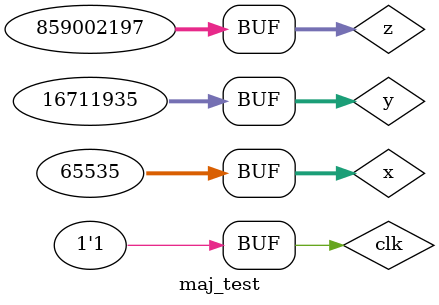
<source format=v>
`timescale 1ns / 1ps


module maj_test;

	// Inputs
	reg [31:0] x;
	reg [31:0] y;
	reg [31:0] z;
	reg clk;

	// Outputs
	wire [31:0] m;

	// Instantiate the Unit Under Test (UUT)
	maj uut (
		.m(m), 
		.x(x), 
		.y(y), 
		.z(z), 
		.clk(clk)
	);

	initial begin
		// Initialize Inputs
		x = 32'b00000000000000001111111111111111;
		y = 32'b00000000111111110000000011111111;
		z = 32'b00110011001100110101010101010101;
		clk = 0;

		// Wait 100 ns for global reset to finish
		#100;
		clk = 1;
		#1;
		clk = 0;
		#1;
		clk = 1;        
		// Add stimulus here

	end
      
endmodule


</source>
